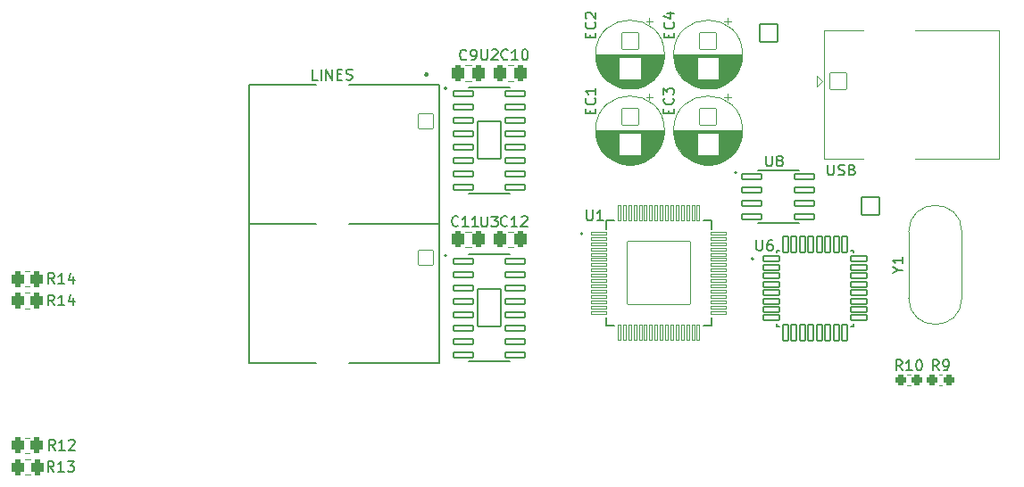
<source format=gto>
G04 #@! TF.GenerationSoftware,KiCad,Pcbnew,6.0.9+dfsg-1*
G04 #@! TF.CreationDate,2023-01-25T21:24:40+01:00*
G04 #@! TF.ProjectId,siproslic,73697072-6f73-46c6-9963-2e6b69636164,rev?*
G04 #@! TF.SameCoordinates,Original*
G04 #@! TF.FileFunction,Legend,Top*
G04 #@! TF.FilePolarity,Positive*
%FSLAX46Y46*%
G04 Gerber Fmt 4.6, Leading zero omitted, Abs format (unit mm)*
G04 Created by KiCad (PCBNEW 6.0.9+dfsg-1) date 2023-01-25 21:24:40*
%MOMM*%
%LPD*%
G01*
G04 APERTURE LIST*
G04 Aperture macros list*
%AMRoundRect*
0 Rectangle with rounded corners*
0 $1 Rounding radius*
0 $2 $3 $4 $5 $6 $7 $8 $9 X,Y pos of 4 corners*
0 Add a 4 corners polygon primitive as box body*
4,1,4,$2,$3,$4,$5,$6,$7,$8,$9,$2,$3,0*
0 Add four circle primitives for the rounded corners*
1,1,$1+$1,$2,$3*
1,1,$1+$1,$4,$5*
1,1,$1+$1,$6,$7*
1,1,$1+$1,$8,$9*
0 Add four rect primitives between the rounded corners*
20,1,$1+$1,$2,$3,$4,$5,0*
20,1,$1+$1,$4,$5,$6,$7,0*
20,1,$1+$1,$6,$7,$8,$9,0*
20,1,$1+$1,$8,$9,$2,$3,0*%
G04 Aperture macros list end*
%ADD10C,0.150000*%
%ADD11C,0.120000*%
%ADD12C,0.200000*%
%ADD13C,0.127000*%
%ADD14C,0.400000*%
%ADD15C,0.300000*%
%ADD16C,3.302000*%
%ADD17RoundRect,0.269750X0.218750X0.256250X-0.218750X0.256250X-0.218750X-0.256250X0.218750X-0.256250X0*%
%ADD18RoundRect,0.269750X-0.218750X-0.256250X0.218750X-0.256250X0.218750X0.256250X-0.218750X0.256250X0*%
%ADD19RoundRect,0.051000X-0.850000X-0.850000X0.850000X-0.850000X0.850000X0.850000X-0.850000X0.850000X0*%
%ADD20O,1.802000X1.802000*%
%ADD21C,1.802000*%
%ADD22RoundRect,0.301000X-0.250000X-0.475000X0.250000X-0.475000X0.250000X0.475000X-0.250000X0.475000X0*%
%ADD23RoundRect,0.301000X-0.262500X-0.450000X0.262500X-0.450000X0.262500X0.450000X-0.262500X0.450000X0*%
%ADD24C,1.702000*%
%ADD25RoundRect,0.051000X-0.800000X0.800000X-0.800000X-0.800000X0.800000X-0.800000X0.800000X0.800000X0*%
%ADD26RoundRect,0.062200X-2.988800X-2.988800X2.988800X-2.988800X2.988800X2.988800X-2.988800X2.988800X0*%
%ADD27RoundRect,0.062200X0.128800X-0.723800X0.128800X0.723800X-0.128800X0.723800X-0.128800X-0.723800X0*%
%ADD28RoundRect,0.062200X-0.723800X-0.128800X0.723800X-0.128800X0.723800X0.128800X-0.723800X0.128800X0*%
%ADD29RoundRect,0.088800X0.232200X-0.742200X0.232200X0.742200X-0.232200X0.742200X-0.232200X-0.742200X0*%
%ADD30RoundRect,0.088800X-0.742200X-0.232200X0.742200X-0.232200X0.742200X0.232200X-0.742200X0.232200X0*%
%ADD31RoundRect,0.093000X-1.108000X-1.758000X1.108000X-1.758000X1.108000X1.758000X-1.108000X1.758000X0*%
%ADD32RoundRect,0.093000X-0.943000X-0.258000X0.943000X-0.258000X0.943000X0.258000X-0.943000X0.258000X0*%
%ADD33RoundRect,0.051000X-0.704000X0.704000X-0.704000X-0.704000X0.704000X-0.704000X0.704000X0.704000X0*%
%ADD34C,1.510000*%
%ADD35C,1.602000*%
%ADD36RoundRect,0.051000X0.800000X-0.800000X0.800000X0.800000X-0.800000X0.800000X-0.800000X-0.800000X0*%
%ADD37C,4.102000*%
%ADD38RoundRect,0.051000X0.850000X0.850000X-0.850000X0.850000X-0.850000X-0.850000X0.850000X-0.850000X0*%
G04 APERTURE END LIST*
D10*
X123482142Y-179702380D02*
X123148809Y-179226190D01*
X122910714Y-179702380D02*
X122910714Y-178702380D01*
X123291666Y-178702380D01*
X123386904Y-178750000D01*
X123434523Y-178797619D01*
X123482142Y-178892857D01*
X123482142Y-179035714D01*
X123434523Y-179130952D01*
X123386904Y-179178571D01*
X123291666Y-179226190D01*
X122910714Y-179226190D01*
X124434523Y-179702380D02*
X123863095Y-179702380D01*
X124148809Y-179702380D02*
X124148809Y-178702380D01*
X124053571Y-178845238D01*
X123958333Y-178940476D01*
X123863095Y-178988095D01*
X125053571Y-178702380D02*
X125148809Y-178702380D01*
X125244047Y-178750000D01*
X125291666Y-178797619D01*
X125339285Y-178892857D01*
X125386904Y-179083333D01*
X125386904Y-179321428D01*
X125339285Y-179511904D01*
X125291666Y-179607142D01*
X125244047Y-179654761D01*
X125148809Y-179702380D01*
X125053571Y-179702380D01*
X124958333Y-179654761D01*
X124910714Y-179607142D01*
X124863095Y-179511904D01*
X124815476Y-179321428D01*
X124815476Y-179083333D01*
X124863095Y-178892857D01*
X124910714Y-178797619D01*
X124958333Y-178750000D01*
X125053571Y-178702380D01*
X126958333Y-179702380D02*
X126625000Y-179226190D01*
X126386904Y-179702380D02*
X126386904Y-178702380D01*
X126767857Y-178702380D01*
X126863095Y-178750000D01*
X126910714Y-178797619D01*
X126958333Y-178892857D01*
X126958333Y-179035714D01*
X126910714Y-179130952D01*
X126863095Y-179178571D01*
X126767857Y-179226190D01*
X126386904Y-179226190D01*
X127434523Y-179702380D02*
X127625000Y-179702380D01*
X127720238Y-179654761D01*
X127767857Y-179607142D01*
X127863095Y-179464285D01*
X127910714Y-179273809D01*
X127910714Y-178892857D01*
X127863095Y-178797619D01*
X127815476Y-178750000D01*
X127720238Y-178702380D01*
X127529761Y-178702380D01*
X127434523Y-178750000D01*
X127386904Y-178797619D01*
X127339285Y-178892857D01*
X127339285Y-179130952D01*
X127386904Y-179226190D01*
X127434523Y-179273809D01*
X127529761Y-179321428D01*
X127720238Y-179321428D01*
X127815476Y-179273809D01*
X127863095Y-179226190D01*
X127910714Y-179130952D01*
X86082142Y-150132142D02*
X86034523Y-150179761D01*
X85891666Y-150227380D01*
X85796428Y-150227380D01*
X85653571Y-150179761D01*
X85558333Y-150084523D01*
X85510714Y-149989285D01*
X85463095Y-149798809D01*
X85463095Y-149655952D01*
X85510714Y-149465476D01*
X85558333Y-149370238D01*
X85653571Y-149275000D01*
X85796428Y-149227380D01*
X85891666Y-149227380D01*
X86034523Y-149275000D01*
X86082142Y-149322619D01*
X87034523Y-150227380D02*
X86463095Y-150227380D01*
X86748809Y-150227380D02*
X86748809Y-149227380D01*
X86653571Y-149370238D01*
X86558333Y-149465476D01*
X86463095Y-149513095D01*
X87653571Y-149227380D02*
X87748809Y-149227380D01*
X87844047Y-149275000D01*
X87891666Y-149322619D01*
X87939285Y-149417857D01*
X87986904Y-149608333D01*
X87986904Y-149846428D01*
X87939285Y-150036904D01*
X87891666Y-150132142D01*
X87844047Y-150179761D01*
X87748809Y-150227380D01*
X87653571Y-150227380D01*
X87558333Y-150179761D01*
X87510714Y-150132142D01*
X87463095Y-150036904D01*
X87415476Y-149846428D01*
X87415476Y-149608333D01*
X87463095Y-149417857D01*
X87510714Y-149322619D01*
X87558333Y-149275000D01*
X87653571Y-149227380D01*
X82158333Y-150152142D02*
X82110714Y-150199761D01*
X81967857Y-150247380D01*
X81872619Y-150247380D01*
X81729761Y-150199761D01*
X81634523Y-150104523D01*
X81586904Y-150009285D01*
X81539285Y-149818809D01*
X81539285Y-149675952D01*
X81586904Y-149485476D01*
X81634523Y-149390238D01*
X81729761Y-149295000D01*
X81872619Y-149247380D01*
X81967857Y-149247380D01*
X82110714Y-149295000D01*
X82158333Y-149342619D01*
X82634523Y-150247380D02*
X82825000Y-150247380D01*
X82920238Y-150199761D01*
X82967857Y-150152142D01*
X83063095Y-150009285D01*
X83110714Y-149818809D01*
X83110714Y-149437857D01*
X83063095Y-149342619D01*
X83015476Y-149295000D01*
X82920238Y-149247380D01*
X82729761Y-149247380D01*
X82634523Y-149295000D01*
X82586904Y-149342619D01*
X82539285Y-149437857D01*
X82539285Y-149675952D01*
X82586904Y-149771190D01*
X82634523Y-149818809D01*
X82729761Y-149866428D01*
X82920238Y-149866428D01*
X83015476Y-149818809D01*
X83063095Y-149771190D01*
X83110714Y-149675952D01*
X86032142Y-165952142D02*
X85984523Y-165999761D01*
X85841666Y-166047380D01*
X85746428Y-166047380D01*
X85603571Y-165999761D01*
X85508333Y-165904523D01*
X85460714Y-165809285D01*
X85413095Y-165618809D01*
X85413095Y-165475952D01*
X85460714Y-165285476D01*
X85508333Y-165190238D01*
X85603571Y-165095000D01*
X85746428Y-165047380D01*
X85841666Y-165047380D01*
X85984523Y-165095000D01*
X86032142Y-165142619D01*
X86984523Y-166047380D02*
X86413095Y-166047380D01*
X86698809Y-166047380D02*
X86698809Y-165047380D01*
X86603571Y-165190238D01*
X86508333Y-165285476D01*
X86413095Y-165333095D01*
X87365476Y-165142619D02*
X87413095Y-165095000D01*
X87508333Y-165047380D01*
X87746428Y-165047380D01*
X87841666Y-165095000D01*
X87889285Y-165142619D01*
X87936904Y-165237857D01*
X87936904Y-165333095D01*
X87889285Y-165475952D01*
X87317857Y-166047380D01*
X87936904Y-166047380D01*
X81382142Y-165952142D02*
X81334523Y-165999761D01*
X81191666Y-166047380D01*
X81096428Y-166047380D01*
X80953571Y-165999761D01*
X80858333Y-165904523D01*
X80810714Y-165809285D01*
X80763095Y-165618809D01*
X80763095Y-165475952D01*
X80810714Y-165285476D01*
X80858333Y-165190238D01*
X80953571Y-165095000D01*
X81096428Y-165047380D01*
X81191666Y-165047380D01*
X81334523Y-165095000D01*
X81382142Y-165142619D01*
X82334523Y-166047380D02*
X81763095Y-166047380D01*
X82048809Y-166047380D02*
X82048809Y-165047380D01*
X81953571Y-165190238D01*
X81858333Y-165285476D01*
X81763095Y-165333095D01*
X83286904Y-166047380D02*
X82715476Y-166047380D01*
X83001190Y-166047380D02*
X83001190Y-165047380D01*
X82905952Y-165190238D01*
X82810714Y-165285476D01*
X82715476Y-165333095D01*
X43082142Y-173527380D02*
X42748809Y-173051190D01*
X42510714Y-173527380D02*
X42510714Y-172527380D01*
X42891666Y-172527380D01*
X42986904Y-172575000D01*
X43034523Y-172622619D01*
X43082142Y-172717857D01*
X43082142Y-172860714D01*
X43034523Y-172955952D01*
X42986904Y-173003571D01*
X42891666Y-173051190D01*
X42510714Y-173051190D01*
X44034523Y-173527380D02*
X43463095Y-173527380D01*
X43748809Y-173527380D02*
X43748809Y-172527380D01*
X43653571Y-172670238D01*
X43558333Y-172765476D01*
X43463095Y-172813095D01*
X44891666Y-172860714D02*
X44891666Y-173527380D01*
X44653571Y-172479761D02*
X44415476Y-173194047D01*
X45034523Y-173194047D01*
X43082142Y-171477380D02*
X42748809Y-171001190D01*
X42510714Y-171477380D02*
X42510714Y-170477380D01*
X42891666Y-170477380D01*
X42986904Y-170525000D01*
X43034523Y-170572619D01*
X43082142Y-170667857D01*
X43082142Y-170810714D01*
X43034523Y-170905952D01*
X42986904Y-170953571D01*
X42891666Y-171001190D01*
X42510714Y-171001190D01*
X44034523Y-171477380D02*
X43463095Y-171477380D01*
X43748809Y-171477380D02*
X43748809Y-170477380D01*
X43653571Y-170620238D01*
X43558333Y-170715476D01*
X43463095Y-170763095D01*
X44891666Y-170810714D02*
X44891666Y-171477380D01*
X44653571Y-170429761D02*
X44415476Y-171144047D01*
X45034523Y-171144047D01*
X43032142Y-189327380D02*
X42698809Y-188851190D01*
X42460714Y-189327380D02*
X42460714Y-188327380D01*
X42841666Y-188327380D01*
X42936904Y-188375000D01*
X42984523Y-188422619D01*
X43032142Y-188517857D01*
X43032142Y-188660714D01*
X42984523Y-188755952D01*
X42936904Y-188803571D01*
X42841666Y-188851190D01*
X42460714Y-188851190D01*
X43984523Y-189327380D02*
X43413095Y-189327380D01*
X43698809Y-189327380D02*
X43698809Y-188327380D01*
X43603571Y-188470238D01*
X43508333Y-188565476D01*
X43413095Y-188613095D01*
X44317857Y-188327380D02*
X44936904Y-188327380D01*
X44603571Y-188708333D01*
X44746428Y-188708333D01*
X44841666Y-188755952D01*
X44889285Y-188803571D01*
X44936904Y-188898809D01*
X44936904Y-189136904D01*
X44889285Y-189232142D01*
X44841666Y-189279761D01*
X44746428Y-189327380D01*
X44460714Y-189327380D01*
X44365476Y-189279761D01*
X44317857Y-189232142D01*
X43132142Y-187277380D02*
X42798809Y-186801190D01*
X42560714Y-187277380D02*
X42560714Y-186277380D01*
X42941666Y-186277380D01*
X43036904Y-186325000D01*
X43084523Y-186372619D01*
X43132142Y-186467857D01*
X43132142Y-186610714D01*
X43084523Y-186705952D01*
X43036904Y-186753571D01*
X42941666Y-186801190D01*
X42560714Y-186801190D01*
X44084523Y-187277380D02*
X43513095Y-187277380D01*
X43798809Y-187277380D02*
X43798809Y-186277380D01*
X43703571Y-186420238D01*
X43608333Y-186515476D01*
X43513095Y-186563095D01*
X44465476Y-186372619D02*
X44513095Y-186325000D01*
X44608333Y-186277380D01*
X44846428Y-186277380D01*
X44941666Y-186325000D01*
X44989285Y-186372619D01*
X45036904Y-186467857D01*
X45036904Y-186563095D01*
X44989285Y-186705952D01*
X44417857Y-187277380D01*
X45036904Y-187277380D01*
X93903571Y-155339404D02*
X93903571Y-155006071D01*
X94427380Y-154863214D02*
X94427380Y-155339404D01*
X93427380Y-155339404D01*
X93427380Y-154863214D01*
X94332142Y-153863214D02*
X94379761Y-153910833D01*
X94427380Y-154053690D01*
X94427380Y-154148928D01*
X94379761Y-154291785D01*
X94284523Y-154387023D01*
X94189285Y-154434642D01*
X93998809Y-154482261D01*
X93855952Y-154482261D01*
X93665476Y-154434642D01*
X93570238Y-154387023D01*
X93475000Y-154291785D01*
X93427380Y-154148928D01*
X93427380Y-154053690D01*
X93475000Y-153910833D01*
X93522619Y-153863214D01*
X94427380Y-152910833D02*
X94427380Y-153482261D01*
X94427380Y-153196547D02*
X93427380Y-153196547D01*
X93570238Y-153291785D01*
X93665476Y-153387023D01*
X93713095Y-153482261D01*
X93903571Y-148139404D02*
X93903571Y-147806071D01*
X94427380Y-147663214D02*
X94427380Y-148139404D01*
X93427380Y-148139404D01*
X93427380Y-147663214D01*
X94332142Y-146663214D02*
X94379761Y-146710833D01*
X94427380Y-146853690D01*
X94427380Y-146948928D01*
X94379761Y-147091785D01*
X94284523Y-147187023D01*
X94189285Y-147234642D01*
X93998809Y-147282261D01*
X93855952Y-147282261D01*
X93665476Y-147234642D01*
X93570238Y-147187023D01*
X93475000Y-147091785D01*
X93427380Y-146948928D01*
X93427380Y-146853690D01*
X93475000Y-146710833D01*
X93522619Y-146663214D01*
X93522619Y-146282261D02*
X93475000Y-146234642D01*
X93427380Y-146139404D01*
X93427380Y-145901309D01*
X93475000Y-145806071D01*
X93522619Y-145758452D01*
X93617857Y-145710833D01*
X93713095Y-145710833D01*
X93855952Y-145758452D01*
X94427380Y-146329880D01*
X94427380Y-145710833D01*
X101353571Y-148139404D02*
X101353571Y-147806071D01*
X101877380Y-147663214D02*
X101877380Y-148139404D01*
X100877380Y-148139404D01*
X100877380Y-147663214D01*
X101782142Y-146663214D02*
X101829761Y-146710833D01*
X101877380Y-146853690D01*
X101877380Y-146948928D01*
X101829761Y-147091785D01*
X101734523Y-147187023D01*
X101639285Y-147234642D01*
X101448809Y-147282261D01*
X101305952Y-147282261D01*
X101115476Y-147234642D01*
X101020238Y-147187023D01*
X100925000Y-147091785D01*
X100877380Y-146948928D01*
X100877380Y-146853690D01*
X100925000Y-146710833D01*
X100972619Y-146663214D01*
X101210714Y-145806071D02*
X101877380Y-145806071D01*
X100829761Y-146044166D02*
X101544047Y-146282261D01*
X101544047Y-145663214D01*
X101303571Y-155339404D02*
X101303571Y-155006071D01*
X101827380Y-154863214D02*
X101827380Y-155339404D01*
X100827380Y-155339404D01*
X100827380Y-154863214D01*
X101732142Y-153863214D02*
X101779761Y-153910833D01*
X101827380Y-154053690D01*
X101827380Y-154148928D01*
X101779761Y-154291785D01*
X101684523Y-154387023D01*
X101589285Y-154434642D01*
X101398809Y-154482261D01*
X101255952Y-154482261D01*
X101065476Y-154434642D01*
X100970238Y-154387023D01*
X100875000Y-154291785D01*
X100827380Y-154148928D01*
X100827380Y-154053690D01*
X100875000Y-153910833D01*
X100922619Y-153863214D01*
X100827380Y-153529880D02*
X100827380Y-152910833D01*
X101208333Y-153244166D01*
X101208333Y-153101309D01*
X101255952Y-153006071D01*
X101303571Y-152958452D01*
X101398809Y-152910833D01*
X101636904Y-152910833D01*
X101732142Y-152958452D01*
X101779761Y-153006071D01*
X101827380Y-153101309D01*
X101827380Y-153387023D01*
X101779761Y-153482261D01*
X101732142Y-153529880D01*
X93560595Y-164477380D02*
X93560595Y-165286904D01*
X93608214Y-165382142D01*
X93655833Y-165429761D01*
X93751071Y-165477380D01*
X93941547Y-165477380D01*
X94036785Y-165429761D01*
X94084404Y-165382142D01*
X94132023Y-165286904D01*
X94132023Y-164477380D01*
X95132023Y-165477380D02*
X94560595Y-165477380D01*
X94846309Y-165477380D02*
X94846309Y-164477380D01*
X94751071Y-164620238D01*
X94655833Y-164715476D01*
X94560595Y-164763095D01*
X109660595Y-167327380D02*
X109660595Y-168136904D01*
X109708214Y-168232142D01*
X109755833Y-168279761D01*
X109851071Y-168327380D01*
X110041547Y-168327380D01*
X110136785Y-168279761D01*
X110184404Y-168232142D01*
X110232023Y-168136904D01*
X110232023Y-167327380D01*
X111136785Y-167327380D02*
X110946309Y-167327380D01*
X110851071Y-167375000D01*
X110803452Y-167422619D01*
X110708214Y-167565476D01*
X110660595Y-167755952D01*
X110660595Y-168136904D01*
X110708214Y-168232142D01*
X110755833Y-168279761D01*
X110851071Y-168327380D01*
X111041547Y-168327380D01*
X111136785Y-168279761D01*
X111184404Y-168232142D01*
X111232023Y-168136904D01*
X111232023Y-167898809D01*
X111184404Y-167803571D01*
X111136785Y-167755952D01*
X111041547Y-167708333D01*
X110851071Y-167708333D01*
X110755833Y-167755952D01*
X110708214Y-167803571D01*
X110660595Y-167898809D01*
X83563095Y-149227380D02*
X83563095Y-150036904D01*
X83610714Y-150132142D01*
X83658333Y-150179761D01*
X83753571Y-150227380D01*
X83944047Y-150227380D01*
X84039285Y-150179761D01*
X84086904Y-150132142D01*
X84134523Y-150036904D01*
X84134523Y-149227380D01*
X84563095Y-149322619D02*
X84610714Y-149275000D01*
X84705952Y-149227380D01*
X84944047Y-149227380D01*
X85039285Y-149275000D01*
X85086904Y-149322619D01*
X85134523Y-149417857D01*
X85134523Y-149513095D01*
X85086904Y-149655952D01*
X84515476Y-150227380D01*
X85134523Y-150227380D01*
X83563095Y-165077380D02*
X83563095Y-165886904D01*
X83610714Y-165982142D01*
X83658333Y-166029761D01*
X83753571Y-166077380D01*
X83944047Y-166077380D01*
X84039285Y-166029761D01*
X84086904Y-165982142D01*
X84134523Y-165886904D01*
X84134523Y-165077380D01*
X84515476Y-165077380D02*
X85134523Y-165077380D01*
X84801190Y-165458333D01*
X84944047Y-165458333D01*
X85039285Y-165505952D01*
X85086904Y-165553571D01*
X85134523Y-165648809D01*
X85134523Y-165886904D01*
X85086904Y-165982142D01*
X85039285Y-166029761D01*
X84944047Y-166077380D01*
X84658333Y-166077380D01*
X84563095Y-166029761D01*
X84515476Y-165982142D01*
X110578095Y-159327380D02*
X110578095Y-160136904D01*
X110625714Y-160232142D01*
X110673333Y-160279761D01*
X110768571Y-160327380D01*
X110959047Y-160327380D01*
X111054285Y-160279761D01*
X111101904Y-160232142D01*
X111149523Y-160136904D01*
X111149523Y-159327380D01*
X111768571Y-159755952D02*
X111673333Y-159708333D01*
X111625714Y-159660714D01*
X111578095Y-159565476D01*
X111578095Y-159517857D01*
X111625714Y-159422619D01*
X111673333Y-159375000D01*
X111768571Y-159327380D01*
X111959047Y-159327380D01*
X112054285Y-159375000D01*
X112101904Y-159422619D01*
X112149523Y-159517857D01*
X112149523Y-159565476D01*
X112101904Y-159660714D01*
X112054285Y-159708333D01*
X111959047Y-159755952D01*
X111768571Y-159755952D01*
X111673333Y-159803571D01*
X111625714Y-159851190D01*
X111578095Y-159946428D01*
X111578095Y-160136904D01*
X111625714Y-160232142D01*
X111673333Y-160279761D01*
X111768571Y-160327380D01*
X111959047Y-160327380D01*
X112054285Y-160279761D01*
X112101904Y-160232142D01*
X112149523Y-160136904D01*
X112149523Y-159946428D01*
X112101904Y-159851190D01*
X112054285Y-159803571D01*
X111959047Y-159755952D01*
X68041535Y-152128203D02*
X67564479Y-152128203D01*
X67564479Y-151126384D01*
X68375475Y-152128203D02*
X68375475Y-151126384D01*
X68852532Y-152128203D02*
X68852532Y-151126384D01*
X69425000Y-152128203D01*
X69425000Y-151126384D01*
X69902056Y-151603441D02*
X70235996Y-151603441D01*
X70379113Y-152128203D02*
X69902056Y-152128203D01*
X69902056Y-151126384D01*
X70379113Y-151126384D01*
X70760758Y-152080498D02*
X70903875Y-152128203D01*
X71142404Y-152128203D01*
X71237815Y-152080498D01*
X71285521Y-152032792D01*
X71333226Y-151937381D01*
X71333226Y-151841969D01*
X71285521Y-151746558D01*
X71237815Y-151698852D01*
X71142404Y-151651147D01*
X70951581Y-151603441D01*
X70856170Y-151555735D01*
X70808464Y-151508030D01*
X70760758Y-151412618D01*
X70760758Y-151317207D01*
X70808464Y-151221796D01*
X70856170Y-151174090D01*
X70951581Y-151126384D01*
X71190109Y-151126384D01*
X71333226Y-151174090D01*
X123076190Y-170161190D02*
X123552380Y-170161190D01*
X122552380Y-170494523D02*
X123076190Y-170161190D01*
X122552380Y-169827857D01*
X123552380Y-168970714D02*
X123552380Y-169542142D01*
X123552380Y-169256428D02*
X122552380Y-169256428D01*
X122695238Y-169351666D01*
X122790476Y-169446904D01*
X122838095Y-169542142D01*
X116423095Y-160177380D02*
X116423095Y-160986904D01*
X116470714Y-161082142D01*
X116518333Y-161129761D01*
X116613571Y-161177380D01*
X116804047Y-161177380D01*
X116899285Y-161129761D01*
X116946904Y-161082142D01*
X116994523Y-160986904D01*
X116994523Y-160177380D01*
X117423095Y-161129761D02*
X117565952Y-161177380D01*
X117804047Y-161177380D01*
X117899285Y-161129761D01*
X117946904Y-161082142D01*
X117994523Y-160986904D01*
X117994523Y-160891666D01*
X117946904Y-160796428D01*
X117899285Y-160748809D01*
X117804047Y-160701190D01*
X117613571Y-160653571D01*
X117518333Y-160605952D01*
X117470714Y-160558333D01*
X117423095Y-160463095D01*
X117423095Y-160367857D01*
X117470714Y-160272619D01*
X117518333Y-160225000D01*
X117613571Y-160177380D01*
X117851666Y-160177380D01*
X117994523Y-160225000D01*
X118756428Y-160653571D02*
X118899285Y-160701190D01*
X118946904Y-160748809D01*
X118994523Y-160844047D01*
X118994523Y-160986904D01*
X118946904Y-161082142D01*
X118899285Y-161129761D01*
X118804047Y-161177380D01*
X118423095Y-161177380D01*
X118423095Y-160177380D01*
X118756428Y-160177380D01*
X118851666Y-160225000D01*
X118899285Y-160272619D01*
X118946904Y-160367857D01*
X118946904Y-160463095D01*
X118899285Y-160558333D01*
X118851666Y-160605952D01*
X118756428Y-160653571D01*
X118423095Y-160653571D01*
D11*
X124287779Y-180115000D02*
X123962221Y-180115000D01*
X124287779Y-181135000D02*
X123962221Y-181135000D01*
X126962221Y-181135000D02*
X127287779Y-181135000D01*
X126962221Y-180115000D02*
X127287779Y-180115000D01*
X86063748Y-150740000D02*
X86586252Y-150740000D01*
X86063748Y-152210000D02*
X86586252Y-152210000D01*
X82063748Y-150740000D02*
X82586252Y-150740000D01*
X82063748Y-152210000D02*
X82586252Y-152210000D01*
X86063748Y-168010000D02*
X86586252Y-168010000D01*
X86063748Y-166540000D02*
X86586252Y-166540000D01*
X82063748Y-168010000D02*
X82586252Y-168010000D01*
X82063748Y-166540000D02*
X82586252Y-166540000D01*
X40297936Y-172340000D02*
X40752064Y-172340000D01*
X40297936Y-173810000D02*
X40752064Y-173810000D01*
X40297936Y-170290000D02*
X40752064Y-170290000D01*
X40297936Y-171760000D02*
X40752064Y-171760000D01*
X40310436Y-188140000D02*
X40764564Y-188140000D01*
X40310436Y-189610000D02*
X40764564Y-189610000D01*
X40297936Y-186090000D02*
X40752064Y-186090000D01*
X40297936Y-187560000D02*
X40752064Y-187560000D01*
X100945000Y-156925000D02*
G75*
G03*
X100945000Y-156925000I-3270000J0D01*
G01*
X100899000Y-157125000D02*
X94451000Y-157125000D01*
X100391000Y-158686000D02*
X98715000Y-158686000D01*
X96635000Y-159046000D02*
X95225000Y-159046000D01*
X96635000Y-157605000D02*
X94516000Y-157605000D01*
X100591000Y-158326000D02*
X98715000Y-158326000D01*
X100870000Y-157405000D02*
X98715000Y-157405000D01*
X96635000Y-158126000D02*
X94673000Y-158126000D01*
X100677000Y-158126000D02*
X98715000Y-158126000D01*
X100886000Y-157285000D02*
X98715000Y-157285000D01*
X100736000Y-157966000D02*
X98715000Y-157966000D01*
X100749000Y-157926000D02*
X98715000Y-157926000D01*
X100661000Y-158166000D02*
X98715000Y-158166000D01*
X100191000Y-158966000D02*
X98715000Y-158966000D01*
X100881000Y-157325000D02*
X98715000Y-157325000D01*
X96635000Y-158766000D02*
X95011000Y-158766000D01*
X100551000Y-158406000D02*
X98715000Y-158406000D01*
X96635000Y-157285000D02*
X94464000Y-157285000D01*
X100223000Y-158926000D02*
X98715000Y-158926000D01*
X96635000Y-158726000D02*
X94985000Y-158726000D01*
X96635000Y-159006000D02*
X95191000Y-159006000D01*
X100902000Y-157085000D02*
X94448000Y-157085000D01*
X96635000Y-158286000D02*
X94741000Y-158286000D01*
X100842000Y-157565000D02*
X98715000Y-157565000D01*
X100417000Y-158646000D02*
X98715000Y-158646000D01*
X96635000Y-159126000D02*
X95295000Y-159126000D01*
X96635000Y-157325000D02*
X94469000Y-157325000D01*
X98937000Y-159926000D02*
X96413000Y-159926000D01*
X99619000Y-159526000D02*
X95731000Y-159526000D01*
X99857000Y-159326000D02*
X95493000Y-159326000D01*
X96635000Y-158006000D02*
X94628000Y-158006000D01*
X96635000Y-158966000D02*
X95159000Y-158966000D01*
X100311000Y-158806000D02*
X98715000Y-158806000D01*
X98840000Y-159966000D02*
X96510000Y-159966000D01*
X96635000Y-157846000D02*
X94577000Y-157846000D01*
X100761000Y-157886000D02*
X98715000Y-157886000D01*
X96635000Y-157165000D02*
X94453000Y-157165000D01*
X100253000Y-158886000D02*
X98715000Y-158886000D01*
X96635000Y-158366000D02*
X94779000Y-158366000D01*
X99940000Y-159246000D02*
X95410000Y-159246000D01*
X100125000Y-159046000D02*
X98715000Y-159046000D01*
X100893000Y-157205000D02*
X98715000Y-157205000D01*
X100816000Y-157686000D02*
X98715000Y-157686000D01*
X96635000Y-158046000D02*
X94642000Y-158046000D01*
X100796000Y-157766000D02*
X98715000Y-157766000D01*
X100441000Y-158606000D02*
X98715000Y-158606000D01*
X96635000Y-157766000D02*
X94554000Y-157766000D01*
X100905000Y-156925000D02*
X94445000Y-156925000D01*
X100773000Y-157846000D02*
X98715000Y-157846000D01*
X100834000Y-157605000D02*
X98715000Y-157605000D01*
X100864000Y-157445000D02*
X98715000Y-157445000D01*
X96635000Y-157966000D02*
X94614000Y-157966000D01*
X100571000Y-158366000D02*
X98715000Y-158366000D01*
X96635000Y-157365000D02*
X94474000Y-157365000D01*
X98615000Y-160046000D02*
X96735000Y-160046000D01*
X98734000Y-160006000D02*
X96616000Y-160006000D01*
X100850000Y-157525000D02*
X98715000Y-157525000D01*
X99256000Y-159766000D02*
X96094000Y-159766000D01*
X100055000Y-159126000D02*
X98715000Y-159126000D01*
X99389000Y-159686000D02*
X95961000Y-159686000D01*
X96635000Y-158486000D02*
X94841000Y-158486000D01*
X99829000Y-153739759D02*
X99199000Y-153739759D01*
X96635000Y-157646000D02*
X94525000Y-157646000D01*
X100708000Y-158046000D02*
X98715000Y-158046000D01*
X96635000Y-159086000D02*
X95259000Y-159086000D01*
X96635000Y-158846000D02*
X95068000Y-158846000D01*
X100785000Y-157806000D02*
X98715000Y-157806000D01*
X96635000Y-157405000D02*
X94480000Y-157405000D01*
X96635000Y-158446000D02*
X94819000Y-158446000D01*
X100693000Y-158086000D02*
X98715000Y-158086000D01*
X96635000Y-159166000D02*
X95332000Y-159166000D01*
X100609000Y-158286000D02*
X98715000Y-158286000D01*
X100825000Y-157646000D02*
X98715000Y-157646000D01*
X99025000Y-159886000D02*
X96325000Y-159886000D01*
X96635000Y-157886000D02*
X94589000Y-157886000D01*
X100018000Y-159166000D02*
X98715000Y-159166000D01*
X96635000Y-158246000D02*
X94723000Y-158246000D01*
X99767000Y-159406000D02*
X95583000Y-159406000D01*
X99719000Y-159446000D02*
X95631000Y-159446000D01*
X96635000Y-158326000D02*
X94759000Y-158326000D01*
X96635000Y-158206000D02*
X94705000Y-158206000D01*
X96635000Y-157686000D02*
X94534000Y-157686000D01*
X100282000Y-158846000D02*
X98715000Y-158846000D01*
X99812000Y-159366000D02*
X95538000Y-159366000D01*
X96635000Y-158606000D02*
X94909000Y-158606000D01*
X100627000Y-158246000D02*
X98715000Y-158246000D01*
X100465000Y-158566000D02*
X98715000Y-158566000D01*
X100890000Y-157245000D02*
X98715000Y-157245000D01*
X100645000Y-158206000D02*
X98715000Y-158206000D01*
X96635000Y-157245000D02*
X94460000Y-157245000D01*
X96635000Y-158886000D02*
X95097000Y-158886000D01*
X96635000Y-159206000D02*
X95370000Y-159206000D01*
X98308000Y-160126000D02*
X97042000Y-160126000D01*
X96635000Y-158806000D02*
X95039000Y-158806000D01*
X99451000Y-159646000D02*
X95899000Y-159646000D01*
X100365000Y-158726000D02*
X98715000Y-158726000D01*
X100091000Y-159086000D02*
X98715000Y-159086000D01*
X100897000Y-157165000D02*
X98715000Y-157165000D01*
X96635000Y-157726000D02*
X94544000Y-157726000D01*
X100509000Y-158486000D02*
X98715000Y-158486000D01*
X100876000Y-157365000D02*
X98715000Y-157365000D01*
X99107000Y-159846000D02*
X96243000Y-159846000D01*
X100339000Y-158766000D02*
X98715000Y-158766000D01*
X96635000Y-157205000D02*
X94457000Y-157205000D01*
X96635000Y-157525000D02*
X94500000Y-157525000D01*
X99325000Y-159726000D02*
X96025000Y-159726000D01*
X100159000Y-159006000D02*
X98715000Y-159006000D01*
X96635000Y-158086000D02*
X94657000Y-158086000D01*
X99899000Y-159286000D02*
X95451000Y-159286000D01*
X99184000Y-159806000D02*
X96166000Y-159806000D01*
X96635000Y-157445000D02*
X94486000Y-157445000D01*
X96635000Y-158686000D02*
X94959000Y-158686000D01*
X100487000Y-158526000D02*
X98715000Y-158526000D01*
X96635000Y-158166000D02*
X94689000Y-158166000D01*
X96635000Y-157565000D02*
X94508000Y-157565000D01*
X98077000Y-160166000D02*
X97273000Y-160166000D01*
X96635000Y-158646000D02*
X94933000Y-158646000D01*
X99514000Y-153424759D02*
X99514000Y-154054759D01*
X96635000Y-158566000D02*
X94885000Y-158566000D01*
X100903000Y-157045000D02*
X94447000Y-157045000D01*
X98477000Y-160086000D02*
X96873000Y-160086000D01*
X100857000Y-157485000D02*
X98715000Y-157485000D01*
X99980000Y-159206000D02*
X98715000Y-159206000D01*
X100531000Y-158446000D02*
X98715000Y-158446000D01*
X96635000Y-158526000D02*
X94863000Y-158526000D01*
X96635000Y-157485000D02*
X94493000Y-157485000D01*
X99670000Y-159486000D02*
X95680000Y-159486000D01*
X99509000Y-159606000D02*
X95841000Y-159606000D01*
X100905000Y-156965000D02*
X94445000Y-156965000D01*
X96635000Y-157926000D02*
X94601000Y-157926000D01*
X96635000Y-157806000D02*
X94565000Y-157806000D01*
X100905000Y-157005000D02*
X94445000Y-157005000D01*
X100806000Y-157726000D02*
X98715000Y-157726000D01*
X99565000Y-159566000D02*
X95785000Y-159566000D01*
X100722000Y-158006000D02*
X98715000Y-158006000D01*
X96635000Y-158406000D02*
X94799000Y-158406000D01*
X96635000Y-158926000D02*
X95127000Y-158926000D01*
X100945000Y-149725000D02*
G75*
G03*
X100945000Y-149725000I-3270000J0D01*
G01*
X100899000Y-149925000D02*
X94451000Y-149925000D01*
X100391000Y-151486000D02*
X98715000Y-151486000D01*
X96635000Y-151846000D02*
X95225000Y-151846000D01*
X96635000Y-150405000D02*
X94516000Y-150405000D01*
X100591000Y-151126000D02*
X98715000Y-151126000D01*
X100870000Y-150205000D02*
X98715000Y-150205000D01*
X96635000Y-150926000D02*
X94673000Y-150926000D01*
X100677000Y-150926000D02*
X98715000Y-150926000D01*
X100886000Y-150085000D02*
X98715000Y-150085000D01*
X100736000Y-150766000D02*
X98715000Y-150766000D01*
X100749000Y-150726000D02*
X98715000Y-150726000D01*
X100661000Y-150966000D02*
X98715000Y-150966000D01*
X100191000Y-151766000D02*
X98715000Y-151766000D01*
X100881000Y-150125000D02*
X98715000Y-150125000D01*
X96635000Y-151566000D02*
X95011000Y-151566000D01*
X100551000Y-151206000D02*
X98715000Y-151206000D01*
X96635000Y-150085000D02*
X94464000Y-150085000D01*
X100223000Y-151726000D02*
X98715000Y-151726000D01*
X96635000Y-151526000D02*
X94985000Y-151526000D01*
X96635000Y-151806000D02*
X95191000Y-151806000D01*
X100902000Y-149885000D02*
X94448000Y-149885000D01*
X96635000Y-151086000D02*
X94741000Y-151086000D01*
X100842000Y-150365000D02*
X98715000Y-150365000D01*
X100417000Y-151446000D02*
X98715000Y-151446000D01*
X96635000Y-151926000D02*
X95295000Y-151926000D01*
X96635000Y-150125000D02*
X94469000Y-150125000D01*
X98937000Y-152726000D02*
X96413000Y-152726000D01*
X99619000Y-152326000D02*
X95731000Y-152326000D01*
X99857000Y-152126000D02*
X95493000Y-152126000D01*
X96635000Y-150806000D02*
X94628000Y-150806000D01*
X96635000Y-151766000D02*
X95159000Y-151766000D01*
X100311000Y-151606000D02*
X98715000Y-151606000D01*
X98840000Y-152766000D02*
X96510000Y-152766000D01*
X96635000Y-150646000D02*
X94577000Y-150646000D01*
X100761000Y-150686000D02*
X98715000Y-150686000D01*
X96635000Y-149965000D02*
X94453000Y-149965000D01*
X100253000Y-151686000D02*
X98715000Y-151686000D01*
X96635000Y-151166000D02*
X94779000Y-151166000D01*
X99940000Y-152046000D02*
X95410000Y-152046000D01*
X100125000Y-151846000D02*
X98715000Y-151846000D01*
X100893000Y-150005000D02*
X98715000Y-150005000D01*
X100816000Y-150486000D02*
X98715000Y-150486000D01*
X96635000Y-150846000D02*
X94642000Y-150846000D01*
X100796000Y-150566000D02*
X98715000Y-150566000D01*
X100441000Y-151406000D02*
X98715000Y-151406000D01*
X96635000Y-150566000D02*
X94554000Y-150566000D01*
X100905000Y-149725000D02*
X94445000Y-149725000D01*
X100773000Y-150646000D02*
X98715000Y-150646000D01*
X100834000Y-150405000D02*
X98715000Y-150405000D01*
X100864000Y-150245000D02*
X98715000Y-150245000D01*
X96635000Y-150766000D02*
X94614000Y-150766000D01*
X100571000Y-151166000D02*
X98715000Y-151166000D01*
X96635000Y-150165000D02*
X94474000Y-150165000D01*
X98615000Y-152846000D02*
X96735000Y-152846000D01*
X98734000Y-152806000D02*
X96616000Y-152806000D01*
X100850000Y-150325000D02*
X98715000Y-150325000D01*
X99256000Y-152566000D02*
X96094000Y-152566000D01*
X100055000Y-151926000D02*
X98715000Y-151926000D01*
X99389000Y-152486000D02*
X95961000Y-152486000D01*
X96635000Y-151286000D02*
X94841000Y-151286000D01*
X99829000Y-146539759D02*
X99199000Y-146539759D01*
X96635000Y-150446000D02*
X94525000Y-150446000D01*
X100708000Y-150846000D02*
X98715000Y-150846000D01*
X96635000Y-151886000D02*
X95259000Y-151886000D01*
X96635000Y-151646000D02*
X95068000Y-151646000D01*
X100785000Y-150606000D02*
X98715000Y-150606000D01*
X96635000Y-150205000D02*
X94480000Y-150205000D01*
X96635000Y-151246000D02*
X94819000Y-151246000D01*
X100693000Y-150886000D02*
X98715000Y-150886000D01*
X96635000Y-151966000D02*
X95332000Y-151966000D01*
X100609000Y-151086000D02*
X98715000Y-151086000D01*
X100825000Y-150446000D02*
X98715000Y-150446000D01*
X99025000Y-152686000D02*
X96325000Y-152686000D01*
X96635000Y-150686000D02*
X94589000Y-150686000D01*
X100018000Y-151966000D02*
X98715000Y-151966000D01*
X96635000Y-151046000D02*
X94723000Y-151046000D01*
X99767000Y-152206000D02*
X95583000Y-152206000D01*
X99719000Y-152246000D02*
X95631000Y-152246000D01*
X96635000Y-151126000D02*
X94759000Y-151126000D01*
X96635000Y-151006000D02*
X94705000Y-151006000D01*
X96635000Y-150486000D02*
X94534000Y-150486000D01*
X100282000Y-151646000D02*
X98715000Y-151646000D01*
X99812000Y-152166000D02*
X95538000Y-152166000D01*
X96635000Y-151406000D02*
X94909000Y-151406000D01*
X100627000Y-151046000D02*
X98715000Y-151046000D01*
X100465000Y-151366000D02*
X98715000Y-151366000D01*
X100890000Y-150045000D02*
X98715000Y-150045000D01*
X100645000Y-151006000D02*
X98715000Y-151006000D01*
X96635000Y-150045000D02*
X94460000Y-150045000D01*
X96635000Y-151686000D02*
X95097000Y-151686000D01*
X96635000Y-152006000D02*
X95370000Y-152006000D01*
X98308000Y-152926000D02*
X97042000Y-152926000D01*
X96635000Y-151606000D02*
X95039000Y-151606000D01*
X99451000Y-152446000D02*
X95899000Y-152446000D01*
X100365000Y-151526000D02*
X98715000Y-151526000D01*
X100091000Y-151886000D02*
X98715000Y-151886000D01*
X100897000Y-149965000D02*
X98715000Y-149965000D01*
X96635000Y-150526000D02*
X94544000Y-150526000D01*
X100509000Y-151286000D02*
X98715000Y-151286000D01*
X100876000Y-150165000D02*
X98715000Y-150165000D01*
X99107000Y-152646000D02*
X96243000Y-152646000D01*
X100339000Y-151566000D02*
X98715000Y-151566000D01*
X96635000Y-150005000D02*
X94457000Y-150005000D01*
X96635000Y-150325000D02*
X94500000Y-150325000D01*
X99325000Y-152526000D02*
X96025000Y-152526000D01*
X100159000Y-151806000D02*
X98715000Y-151806000D01*
X96635000Y-150886000D02*
X94657000Y-150886000D01*
X99899000Y-152086000D02*
X95451000Y-152086000D01*
X99184000Y-152606000D02*
X96166000Y-152606000D01*
X96635000Y-150245000D02*
X94486000Y-150245000D01*
X96635000Y-151486000D02*
X94959000Y-151486000D01*
X100487000Y-151326000D02*
X98715000Y-151326000D01*
X96635000Y-150966000D02*
X94689000Y-150966000D01*
X96635000Y-150365000D02*
X94508000Y-150365000D01*
X98077000Y-152966000D02*
X97273000Y-152966000D01*
X96635000Y-151446000D02*
X94933000Y-151446000D01*
X99514000Y-146224759D02*
X99514000Y-146854759D01*
X96635000Y-151366000D02*
X94885000Y-151366000D01*
X100903000Y-149845000D02*
X94447000Y-149845000D01*
X98477000Y-152886000D02*
X96873000Y-152886000D01*
X100857000Y-150285000D02*
X98715000Y-150285000D01*
X99980000Y-152006000D02*
X98715000Y-152006000D01*
X100531000Y-151246000D02*
X98715000Y-151246000D01*
X96635000Y-151326000D02*
X94863000Y-151326000D01*
X96635000Y-150285000D02*
X94493000Y-150285000D01*
X99670000Y-152286000D02*
X95680000Y-152286000D01*
X99509000Y-152406000D02*
X95841000Y-152406000D01*
X100905000Y-149765000D02*
X94445000Y-149765000D01*
X96635000Y-150726000D02*
X94601000Y-150726000D01*
X96635000Y-150606000D02*
X94565000Y-150606000D01*
X100905000Y-149805000D02*
X94445000Y-149805000D01*
X100806000Y-150526000D02*
X98715000Y-150526000D01*
X99565000Y-152366000D02*
X95785000Y-152366000D01*
X100722000Y-150806000D02*
X98715000Y-150806000D01*
X96635000Y-151206000D02*
X94799000Y-151206000D01*
X96635000Y-151726000D02*
X95127000Y-151726000D01*
X104035000Y-151726000D02*
X102527000Y-151726000D01*
X104035000Y-151206000D02*
X102199000Y-151206000D01*
X108122000Y-150806000D02*
X106115000Y-150806000D01*
X106965000Y-152366000D02*
X103185000Y-152366000D01*
X108206000Y-150526000D02*
X106115000Y-150526000D01*
X108305000Y-149805000D02*
X101845000Y-149805000D01*
X104035000Y-150606000D02*
X101965000Y-150606000D01*
X104035000Y-150726000D02*
X102001000Y-150726000D01*
X108305000Y-149765000D02*
X101845000Y-149765000D01*
X106909000Y-152406000D02*
X103241000Y-152406000D01*
X107070000Y-152286000D02*
X103080000Y-152286000D01*
X104035000Y-150285000D02*
X101893000Y-150285000D01*
X104035000Y-151326000D02*
X102263000Y-151326000D01*
X107931000Y-151246000D02*
X106115000Y-151246000D01*
X107380000Y-152006000D02*
X106115000Y-152006000D01*
X108257000Y-150285000D02*
X106115000Y-150285000D01*
X105877000Y-152886000D02*
X104273000Y-152886000D01*
X108303000Y-149845000D02*
X101847000Y-149845000D01*
X104035000Y-151366000D02*
X102285000Y-151366000D01*
X106914000Y-146224759D02*
X106914000Y-146854759D01*
X104035000Y-151446000D02*
X102333000Y-151446000D01*
X105477000Y-152966000D02*
X104673000Y-152966000D01*
X104035000Y-150365000D02*
X101908000Y-150365000D01*
X104035000Y-150966000D02*
X102089000Y-150966000D01*
X107887000Y-151326000D02*
X106115000Y-151326000D01*
X104035000Y-151486000D02*
X102359000Y-151486000D01*
X104035000Y-150245000D02*
X101886000Y-150245000D01*
X106584000Y-152606000D02*
X103566000Y-152606000D01*
X107299000Y-152086000D02*
X102851000Y-152086000D01*
X104035000Y-150886000D02*
X102057000Y-150886000D01*
X107559000Y-151806000D02*
X106115000Y-151806000D01*
X106725000Y-152526000D02*
X103425000Y-152526000D01*
X104035000Y-150325000D02*
X101900000Y-150325000D01*
X104035000Y-150005000D02*
X101857000Y-150005000D01*
X107739000Y-151566000D02*
X106115000Y-151566000D01*
X106507000Y-152646000D02*
X103643000Y-152646000D01*
X108276000Y-150165000D02*
X106115000Y-150165000D01*
X107909000Y-151286000D02*
X106115000Y-151286000D01*
X104035000Y-150526000D02*
X101944000Y-150526000D01*
X108297000Y-149965000D02*
X106115000Y-149965000D01*
X107491000Y-151886000D02*
X106115000Y-151886000D01*
X107765000Y-151526000D02*
X106115000Y-151526000D01*
X106851000Y-152446000D02*
X103299000Y-152446000D01*
X104035000Y-151606000D02*
X102439000Y-151606000D01*
X105708000Y-152926000D02*
X104442000Y-152926000D01*
X104035000Y-152006000D02*
X102770000Y-152006000D01*
X104035000Y-151686000D02*
X102497000Y-151686000D01*
X104035000Y-150045000D02*
X101860000Y-150045000D01*
X108045000Y-151006000D02*
X106115000Y-151006000D01*
X108290000Y-150045000D02*
X106115000Y-150045000D01*
X107865000Y-151366000D02*
X106115000Y-151366000D01*
X108027000Y-151046000D02*
X106115000Y-151046000D01*
X104035000Y-151406000D02*
X102309000Y-151406000D01*
X107212000Y-152166000D02*
X102938000Y-152166000D01*
X107682000Y-151646000D02*
X106115000Y-151646000D01*
X104035000Y-150486000D02*
X101934000Y-150486000D01*
X104035000Y-151006000D02*
X102105000Y-151006000D01*
X104035000Y-151126000D02*
X102159000Y-151126000D01*
X107119000Y-152246000D02*
X103031000Y-152246000D01*
X107167000Y-152206000D02*
X102983000Y-152206000D01*
X104035000Y-151046000D02*
X102123000Y-151046000D01*
X107418000Y-151966000D02*
X106115000Y-151966000D01*
X104035000Y-150686000D02*
X101989000Y-150686000D01*
X106425000Y-152686000D02*
X103725000Y-152686000D01*
X108225000Y-150446000D02*
X106115000Y-150446000D01*
X108009000Y-151086000D02*
X106115000Y-151086000D01*
X104035000Y-151966000D02*
X102732000Y-151966000D01*
X108093000Y-150886000D02*
X106115000Y-150886000D01*
X104035000Y-151246000D02*
X102219000Y-151246000D01*
X104035000Y-150205000D02*
X101880000Y-150205000D01*
X108185000Y-150606000D02*
X106115000Y-150606000D01*
X104035000Y-151646000D02*
X102468000Y-151646000D01*
X104035000Y-151886000D02*
X102659000Y-151886000D01*
X108108000Y-150846000D02*
X106115000Y-150846000D01*
X104035000Y-150446000D02*
X101925000Y-150446000D01*
X107229000Y-146539759D02*
X106599000Y-146539759D01*
X104035000Y-151286000D02*
X102241000Y-151286000D01*
X106789000Y-152486000D02*
X103361000Y-152486000D01*
X107455000Y-151926000D02*
X106115000Y-151926000D01*
X106656000Y-152566000D02*
X103494000Y-152566000D01*
X108250000Y-150325000D02*
X106115000Y-150325000D01*
X106134000Y-152806000D02*
X104016000Y-152806000D01*
X106015000Y-152846000D02*
X104135000Y-152846000D01*
X104035000Y-150165000D02*
X101874000Y-150165000D01*
X107971000Y-151166000D02*
X106115000Y-151166000D01*
X104035000Y-150766000D02*
X102014000Y-150766000D01*
X108264000Y-150245000D02*
X106115000Y-150245000D01*
X108234000Y-150405000D02*
X106115000Y-150405000D01*
X108173000Y-150646000D02*
X106115000Y-150646000D01*
X108305000Y-149725000D02*
X101845000Y-149725000D01*
X104035000Y-150566000D02*
X101954000Y-150566000D01*
X107841000Y-151406000D02*
X106115000Y-151406000D01*
X108196000Y-150566000D02*
X106115000Y-150566000D01*
X104035000Y-150846000D02*
X102042000Y-150846000D01*
X108216000Y-150486000D02*
X106115000Y-150486000D01*
X108293000Y-150005000D02*
X106115000Y-150005000D01*
X107525000Y-151846000D02*
X106115000Y-151846000D01*
X107340000Y-152046000D02*
X102810000Y-152046000D01*
X104035000Y-151166000D02*
X102179000Y-151166000D01*
X107653000Y-151686000D02*
X106115000Y-151686000D01*
X104035000Y-149965000D02*
X101853000Y-149965000D01*
X108161000Y-150686000D02*
X106115000Y-150686000D01*
X104035000Y-150646000D02*
X101977000Y-150646000D01*
X106240000Y-152766000D02*
X103910000Y-152766000D01*
X107711000Y-151606000D02*
X106115000Y-151606000D01*
X104035000Y-151766000D02*
X102559000Y-151766000D01*
X104035000Y-150806000D02*
X102028000Y-150806000D01*
X107257000Y-152126000D02*
X102893000Y-152126000D01*
X107019000Y-152326000D02*
X103131000Y-152326000D01*
X106337000Y-152726000D02*
X103813000Y-152726000D01*
X104035000Y-150125000D02*
X101869000Y-150125000D01*
X104035000Y-151926000D02*
X102695000Y-151926000D01*
X107817000Y-151446000D02*
X106115000Y-151446000D01*
X108242000Y-150365000D02*
X106115000Y-150365000D01*
X104035000Y-151086000D02*
X102141000Y-151086000D01*
X108302000Y-149885000D02*
X101848000Y-149885000D01*
X104035000Y-151806000D02*
X102591000Y-151806000D01*
X104035000Y-151526000D02*
X102385000Y-151526000D01*
X107623000Y-151726000D02*
X106115000Y-151726000D01*
X104035000Y-150085000D02*
X101864000Y-150085000D01*
X107951000Y-151206000D02*
X106115000Y-151206000D01*
X104035000Y-151566000D02*
X102411000Y-151566000D01*
X108281000Y-150125000D02*
X106115000Y-150125000D01*
X107591000Y-151766000D02*
X106115000Y-151766000D01*
X108061000Y-150966000D02*
X106115000Y-150966000D01*
X108149000Y-150726000D02*
X106115000Y-150726000D01*
X108136000Y-150766000D02*
X106115000Y-150766000D01*
X108286000Y-150085000D02*
X106115000Y-150085000D01*
X108077000Y-150926000D02*
X106115000Y-150926000D01*
X104035000Y-150926000D02*
X102073000Y-150926000D01*
X108270000Y-150205000D02*
X106115000Y-150205000D01*
X107991000Y-151126000D02*
X106115000Y-151126000D01*
X104035000Y-150405000D02*
X101916000Y-150405000D01*
X104035000Y-151846000D02*
X102625000Y-151846000D01*
X107791000Y-151486000D02*
X106115000Y-151486000D01*
X108299000Y-149925000D02*
X101851000Y-149925000D01*
X108345000Y-149725000D02*
G75*
G03*
X108345000Y-149725000I-3270000J0D01*
G01*
X104035000Y-158926000D02*
X102527000Y-158926000D01*
X104035000Y-158406000D02*
X102199000Y-158406000D01*
X108122000Y-158006000D02*
X106115000Y-158006000D01*
X106965000Y-159566000D02*
X103185000Y-159566000D01*
X108206000Y-157726000D02*
X106115000Y-157726000D01*
X108305000Y-157005000D02*
X101845000Y-157005000D01*
X104035000Y-157806000D02*
X101965000Y-157806000D01*
X104035000Y-157926000D02*
X102001000Y-157926000D01*
X108305000Y-156965000D02*
X101845000Y-156965000D01*
X106909000Y-159606000D02*
X103241000Y-159606000D01*
X107070000Y-159486000D02*
X103080000Y-159486000D01*
X104035000Y-157485000D02*
X101893000Y-157485000D01*
X104035000Y-158526000D02*
X102263000Y-158526000D01*
X107931000Y-158446000D02*
X106115000Y-158446000D01*
X107380000Y-159206000D02*
X106115000Y-159206000D01*
X108257000Y-157485000D02*
X106115000Y-157485000D01*
X105877000Y-160086000D02*
X104273000Y-160086000D01*
X108303000Y-157045000D02*
X101847000Y-157045000D01*
X104035000Y-158566000D02*
X102285000Y-158566000D01*
X106914000Y-153424759D02*
X106914000Y-154054759D01*
X104035000Y-158646000D02*
X102333000Y-158646000D01*
X105477000Y-160166000D02*
X104673000Y-160166000D01*
X104035000Y-157565000D02*
X101908000Y-157565000D01*
X104035000Y-158166000D02*
X102089000Y-158166000D01*
X107887000Y-158526000D02*
X106115000Y-158526000D01*
X104035000Y-158686000D02*
X102359000Y-158686000D01*
X104035000Y-157445000D02*
X101886000Y-157445000D01*
X106584000Y-159806000D02*
X103566000Y-159806000D01*
X107299000Y-159286000D02*
X102851000Y-159286000D01*
X104035000Y-158086000D02*
X102057000Y-158086000D01*
X107559000Y-159006000D02*
X106115000Y-159006000D01*
X106725000Y-159726000D02*
X103425000Y-159726000D01*
X104035000Y-157525000D02*
X101900000Y-157525000D01*
X104035000Y-157205000D02*
X101857000Y-157205000D01*
X107739000Y-158766000D02*
X106115000Y-158766000D01*
X106507000Y-159846000D02*
X103643000Y-159846000D01*
X108276000Y-157365000D02*
X106115000Y-157365000D01*
X107909000Y-158486000D02*
X106115000Y-158486000D01*
X104035000Y-157726000D02*
X101944000Y-157726000D01*
X108297000Y-157165000D02*
X106115000Y-157165000D01*
X107491000Y-159086000D02*
X106115000Y-159086000D01*
X107765000Y-158726000D02*
X106115000Y-158726000D01*
X106851000Y-159646000D02*
X103299000Y-159646000D01*
X104035000Y-158806000D02*
X102439000Y-158806000D01*
X105708000Y-160126000D02*
X104442000Y-160126000D01*
X104035000Y-159206000D02*
X102770000Y-159206000D01*
X104035000Y-158886000D02*
X102497000Y-158886000D01*
X104035000Y-157245000D02*
X101860000Y-157245000D01*
X108045000Y-158206000D02*
X106115000Y-158206000D01*
X108290000Y-157245000D02*
X106115000Y-157245000D01*
X107865000Y-158566000D02*
X106115000Y-158566000D01*
X108027000Y-158246000D02*
X106115000Y-158246000D01*
X104035000Y-158606000D02*
X102309000Y-158606000D01*
X107212000Y-159366000D02*
X102938000Y-159366000D01*
X107682000Y-158846000D02*
X106115000Y-158846000D01*
X104035000Y-157686000D02*
X101934000Y-157686000D01*
X104035000Y-158206000D02*
X102105000Y-158206000D01*
X104035000Y-158326000D02*
X102159000Y-158326000D01*
X107119000Y-159446000D02*
X103031000Y-159446000D01*
X107167000Y-159406000D02*
X102983000Y-159406000D01*
X104035000Y-158246000D02*
X102123000Y-158246000D01*
X107418000Y-159166000D02*
X106115000Y-159166000D01*
X104035000Y-157886000D02*
X101989000Y-157886000D01*
X106425000Y-159886000D02*
X103725000Y-159886000D01*
X108225000Y-157646000D02*
X106115000Y-157646000D01*
X108009000Y-158286000D02*
X106115000Y-158286000D01*
X104035000Y-159166000D02*
X102732000Y-159166000D01*
X108093000Y-158086000D02*
X106115000Y-158086000D01*
X104035000Y-158446000D02*
X102219000Y-158446000D01*
X104035000Y-157405000D02*
X101880000Y-157405000D01*
X108185000Y-157806000D02*
X106115000Y-157806000D01*
X104035000Y-158846000D02*
X102468000Y-158846000D01*
X104035000Y-159086000D02*
X102659000Y-159086000D01*
X108108000Y-158046000D02*
X106115000Y-158046000D01*
X104035000Y-157646000D02*
X101925000Y-157646000D01*
X107229000Y-153739759D02*
X106599000Y-153739759D01*
X104035000Y-158486000D02*
X102241000Y-158486000D01*
X106789000Y-159686000D02*
X103361000Y-159686000D01*
X107455000Y-159126000D02*
X106115000Y-159126000D01*
X106656000Y-159766000D02*
X103494000Y-159766000D01*
X108250000Y-157525000D02*
X106115000Y-157525000D01*
X106134000Y-160006000D02*
X104016000Y-160006000D01*
X106015000Y-160046000D02*
X104135000Y-160046000D01*
X104035000Y-157365000D02*
X101874000Y-157365000D01*
X107971000Y-158366000D02*
X106115000Y-158366000D01*
X104035000Y-157966000D02*
X102014000Y-157966000D01*
X108264000Y-157445000D02*
X106115000Y-157445000D01*
X108234000Y-157605000D02*
X106115000Y-157605000D01*
X108173000Y-157846000D02*
X106115000Y-157846000D01*
X108305000Y-156925000D02*
X101845000Y-156925000D01*
X104035000Y-157766000D02*
X101954000Y-157766000D01*
X107841000Y-158606000D02*
X106115000Y-158606000D01*
X108196000Y-157766000D02*
X106115000Y-157766000D01*
X104035000Y-158046000D02*
X102042000Y-158046000D01*
X108216000Y-157686000D02*
X106115000Y-157686000D01*
X108293000Y-157205000D02*
X106115000Y-157205000D01*
X107525000Y-159046000D02*
X106115000Y-159046000D01*
X107340000Y-159246000D02*
X102810000Y-159246000D01*
X104035000Y-158366000D02*
X102179000Y-158366000D01*
X107653000Y-158886000D02*
X106115000Y-158886000D01*
X104035000Y-157165000D02*
X101853000Y-157165000D01*
X108161000Y-157886000D02*
X106115000Y-157886000D01*
X104035000Y-157846000D02*
X101977000Y-157846000D01*
X106240000Y-159966000D02*
X103910000Y-159966000D01*
X107711000Y-158806000D02*
X106115000Y-158806000D01*
X104035000Y-158966000D02*
X102559000Y-158966000D01*
X104035000Y-158006000D02*
X102028000Y-158006000D01*
X107257000Y-159326000D02*
X102893000Y-159326000D01*
X107019000Y-159526000D02*
X103131000Y-159526000D01*
X106337000Y-159926000D02*
X103813000Y-159926000D01*
X104035000Y-157325000D02*
X101869000Y-157325000D01*
X104035000Y-159126000D02*
X102695000Y-159126000D01*
X107817000Y-158646000D02*
X106115000Y-158646000D01*
X108242000Y-157565000D02*
X106115000Y-157565000D01*
X104035000Y-158286000D02*
X102141000Y-158286000D01*
X108302000Y-157085000D02*
X101848000Y-157085000D01*
X104035000Y-159006000D02*
X102591000Y-159006000D01*
X104035000Y-158726000D02*
X102385000Y-158726000D01*
X107623000Y-158926000D02*
X106115000Y-158926000D01*
X104035000Y-157285000D02*
X101864000Y-157285000D01*
X107951000Y-158406000D02*
X106115000Y-158406000D01*
X104035000Y-158766000D02*
X102411000Y-158766000D01*
X108281000Y-157325000D02*
X106115000Y-157325000D01*
X107591000Y-158966000D02*
X106115000Y-158966000D01*
X108061000Y-158166000D02*
X106115000Y-158166000D01*
X108149000Y-157926000D02*
X106115000Y-157926000D01*
X108136000Y-157966000D02*
X106115000Y-157966000D01*
X108286000Y-157285000D02*
X106115000Y-157285000D01*
X108077000Y-158126000D02*
X106115000Y-158126000D01*
X104035000Y-158126000D02*
X102073000Y-158126000D01*
X108270000Y-157405000D02*
X106115000Y-157405000D01*
X107991000Y-158326000D02*
X106115000Y-158326000D01*
X104035000Y-157605000D02*
X101916000Y-157605000D01*
X104035000Y-159046000D02*
X102625000Y-159046000D01*
X107791000Y-158686000D02*
X106115000Y-158686000D01*
X108299000Y-157125000D02*
X101851000Y-157125000D01*
X108345000Y-156925000D02*
G75*
G03*
X108345000Y-156925000I-3270000J0D01*
G01*
D12*
X93185000Y-166725000D02*
G75*
G03*
X93185000Y-166725000I-100000J0D01*
G01*
D13*
X105425000Y-165475000D02*
X105425000Y-166265000D01*
X95425000Y-165475000D02*
X96215000Y-165475000D01*
X105425000Y-175475000D02*
X104635000Y-175475000D01*
X95425000Y-175475000D02*
X95425000Y-174685000D01*
X105425000Y-165475000D02*
X104635000Y-165475000D01*
X95425000Y-175475000D02*
X96215000Y-175475000D01*
X105425000Y-175475000D02*
X105425000Y-174685000D01*
X95425000Y-165475000D02*
X95425000Y-166265000D01*
D12*
X109385000Y-169125000D02*
G75*
G03*
X109385000Y-169125000I-100000J0D01*
G01*
D13*
X118825000Y-175525000D02*
X118615000Y-175525000D01*
X118825000Y-175525000D02*
X118825000Y-175315000D01*
X118825000Y-168325000D02*
X118825000Y-168535000D01*
X111625000Y-175525000D02*
X111835000Y-175525000D01*
X118825000Y-168325000D02*
X118615000Y-168325000D01*
X111625000Y-175525000D02*
X111625000Y-175315000D01*
X111625000Y-168325000D02*
X111625000Y-168535000D01*
X111625000Y-168325000D02*
X111835000Y-168325000D01*
D12*
X80280000Y-152930000D02*
G75*
G03*
X80280000Y-152930000I-100000J0D01*
G01*
D13*
X82375000Y-162940000D02*
X86275000Y-162940000D01*
X82375000Y-152810000D02*
X86275000Y-152810000D01*
X82380000Y-168695000D02*
X86280000Y-168695000D01*
X82380000Y-178825000D02*
X86280000Y-178825000D01*
D12*
X80285000Y-168815000D02*
G75*
G03*
X80285000Y-168815000I-100000J0D01*
G01*
X107785000Y-160920000D02*
G75*
G03*
X107785000Y-160920000I-100000J0D01*
G01*
D13*
X109775000Y-160700000D02*
X113675000Y-160700000D01*
X109775000Y-165750000D02*
X113675000Y-165750000D01*
X79575000Y-152625000D02*
X79575000Y-179025000D01*
X79575000Y-165775000D02*
X71035000Y-165775000D01*
X61575000Y-179025000D02*
X61575000Y-152625000D01*
X67935000Y-165775000D02*
X61575000Y-165775000D01*
X61575000Y-179025000D02*
X67935000Y-179025000D01*
X61575000Y-152625000D02*
X67935000Y-152625000D01*
X71035000Y-179025000D02*
X79575000Y-179025000D01*
X71035000Y-152625000D02*
X79575000Y-152625000D01*
D14*
X78365000Y-151605000D02*
G75*
G03*
X78365000Y-151605000I-50000J0D01*
G01*
D11*
X124100000Y-172810000D02*
X124100000Y-166560000D01*
X129150000Y-172810000D02*
X129150000Y-166560000D01*
X129150000Y-166560000D02*
G75*
G03*
X124100000Y-166560000I-2525000J0D01*
G01*
X124100000Y-172810000D02*
G75*
G03*
X129150000Y-172810000I2525000J0D01*
G01*
X116087500Y-159635000D02*
X119837500Y-159635000D01*
X132707500Y-159635000D02*
X124737500Y-159635000D01*
X115887500Y-152275000D02*
X115387500Y-151775000D01*
X115387500Y-151775000D02*
X115387500Y-152775000D01*
X115387500Y-152775000D02*
X115887500Y-152275000D01*
X116087500Y-147415000D02*
X119837500Y-147415000D01*
X132707500Y-147415000D02*
X124737500Y-147415000D01*
X132707500Y-159635000D02*
X132707500Y-147415000D01*
X116087500Y-159635000D02*
X116087500Y-147415000D01*
%LPC*%
D15*
X164182142Y-197353571D02*
X164182142Y-195853571D01*
X163610714Y-195853571D01*
X163467857Y-195925000D01*
X163396428Y-195996428D01*
X163325000Y-196139285D01*
X163325000Y-196353571D01*
X163396428Y-196496428D01*
X163467857Y-196567857D01*
X163610714Y-196639285D01*
X164182142Y-196639285D01*
X161825000Y-197353571D02*
X162325000Y-196639285D01*
X162682142Y-197353571D02*
X162682142Y-195853571D01*
X162110714Y-195853571D01*
X161967857Y-195925000D01*
X161896428Y-195996428D01*
X161825000Y-196139285D01*
X161825000Y-196353571D01*
X161896428Y-196496428D01*
X161967857Y-196567857D01*
X162110714Y-196639285D01*
X162682142Y-196639285D01*
X160896428Y-195853571D02*
X160610714Y-195853571D01*
X160467857Y-195925000D01*
X160325000Y-196067857D01*
X160253571Y-196353571D01*
X160253571Y-196853571D01*
X160325000Y-197139285D01*
X160467857Y-197282142D01*
X160610714Y-197353571D01*
X160896428Y-197353571D01*
X161039285Y-197282142D01*
X161182142Y-197139285D01*
X161253571Y-196853571D01*
X161253571Y-196353571D01*
X161182142Y-196067857D01*
X161039285Y-195925000D01*
X160896428Y-195853571D01*
X159682142Y-197282142D02*
X159467857Y-197353571D01*
X159110714Y-197353571D01*
X158967857Y-197282142D01*
X158896428Y-197210714D01*
X158825000Y-197067857D01*
X158825000Y-196925000D01*
X158896428Y-196782142D01*
X158967857Y-196710714D01*
X159110714Y-196639285D01*
X159396428Y-196567857D01*
X159539285Y-196496428D01*
X159610714Y-196425000D01*
X159682142Y-196282142D01*
X159682142Y-196139285D01*
X159610714Y-195996428D01*
X159539285Y-195925000D01*
X159396428Y-195853571D01*
X159039285Y-195853571D01*
X158825000Y-195925000D01*
X157467857Y-197353571D02*
X158182142Y-197353571D01*
X158182142Y-195853571D01*
X156967857Y-197353571D02*
X156967857Y-195853571D01*
X155396428Y-197210714D02*
X155467857Y-197282142D01*
X155682142Y-197353571D01*
X155825000Y-197353571D01*
X156039285Y-197282142D01*
X156182142Y-197139285D01*
X156253571Y-196996428D01*
X156325000Y-196710714D01*
X156325000Y-196496428D01*
X156253571Y-196210714D01*
X156182142Y-196067857D01*
X156039285Y-195925000D01*
X155825000Y-195853571D01*
X155682142Y-195853571D01*
X155467857Y-195925000D01*
X155396428Y-195996428D01*
X153610714Y-197353571D02*
X153610714Y-195853571D01*
X153039285Y-195853571D01*
X152896428Y-195925000D01*
X152825000Y-195996428D01*
X152753571Y-196139285D01*
X152753571Y-196353571D01*
X152825000Y-196496428D01*
X152896428Y-196567857D01*
X153039285Y-196639285D01*
X153610714Y-196639285D01*
X151253571Y-197210714D02*
X151325000Y-197282142D01*
X151539285Y-197353571D01*
X151682142Y-197353571D01*
X151896428Y-197282142D01*
X152039285Y-197139285D01*
X152110714Y-196996428D01*
X152182142Y-196710714D01*
X152182142Y-196496428D01*
X152110714Y-196210714D01*
X152039285Y-196067857D01*
X151896428Y-195925000D01*
X151682142Y-195853571D01*
X151539285Y-195853571D01*
X151325000Y-195925000D01*
X151253571Y-195996428D01*
X150110714Y-196567857D02*
X149896428Y-196639285D01*
X149825000Y-196710714D01*
X149753571Y-196853571D01*
X149753571Y-197067857D01*
X149825000Y-197210714D01*
X149896428Y-197282142D01*
X150039285Y-197353571D01*
X150610714Y-197353571D01*
X150610714Y-195853571D01*
X150110714Y-195853571D01*
X149967857Y-195925000D01*
X149896428Y-195996428D01*
X149825000Y-196139285D01*
X149825000Y-196282142D01*
X149896428Y-196425000D01*
X149967857Y-196496428D01*
X150110714Y-196567857D01*
X150610714Y-196567857D01*
X148110714Y-196353571D02*
X147753571Y-197353571D01*
X147396428Y-196353571D01*
X146039285Y-197353571D02*
X146896428Y-197353571D01*
X146467857Y-197353571D02*
X146467857Y-195853571D01*
X146610714Y-196067857D01*
X146753571Y-196210714D01*
X146896428Y-196282142D01*
X145396428Y-197210714D02*
X145325000Y-197282142D01*
X145396428Y-197353571D01*
X145467857Y-197282142D01*
X145396428Y-197210714D01*
X145396428Y-197353571D01*
X144396428Y-195853571D02*
X144253571Y-195853571D01*
X144110714Y-195925000D01*
X144039285Y-195996428D01*
X143967857Y-196139285D01*
X143896428Y-196425000D01*
X143896428Y-196782142D01*
X143967857Y-197067857D01*
X144039285Y-197210714D01*
X144110714Y-197282142D01*
X144253571Y-197353571D01*
X144396428Y-197353571D01*
X144539285Y-197282142D01*
X144610714Y-197210714D01*
X144682142Y-197067857D01*
X144753571Y-196782142D01*
X144753571Y-196425000D01*
X144682142Y-196139285D01*
X144610714Y-195996428D01*
X144539285Y-195925000D01*
X144396428Y-195853571D01*
G36*
X129875000Y-194125000D02*
G01*
X109375000Y-194125000D01*
X109375000Y-188625000D01*
X129875000Y-188625000D01*
X129875000Y-194125000D01*
G37*
D12*
X129875000Y-194125000D02*
X109375000Y-194125000D01*
X109375000Y-188625000D01*
X129875000Y-188625000D01*
X129875000Y-194125000D01*
G36*
X105825000Y-189625000D02*
G01*
X97825000Y-189625000D01*
X97825000Y-186125000D01*
X105825000Y-186125000D01*
X105825000Y-189625000D01*
G37*
D16*
X71975000Y-147300000D03*
X71975000Y-185500000D03*
D17*
X124912500Y-180625000D03*
X123337500Y-180625000D03*
D18*
X126337500Y-180625000D03*
X127912500Y-180625000D03*
D19*
X110800000Y-147640000D03*
D20*
X113340000Y-147640000D03*
X110800000Y-150180000D03*
X113340000Y-150180000D03*
X110800000Y-152720000D03*
X113340000Y-152720000D03*
X110800000Y-155260000D03*
X113340000Y-155260000D03*
D21*
X110800000Y-157800000D03*
D20*
X113340000Y-157800000D03*
D22*
X87275000Y-151475000D03*
X85375000Y-151475000D03*
X83275000Y-151475000D03*
X81375000Y-151475000D03*
X85375000Y-167275000D03*
X87275000Y-167275000D03*
X81375000Y-167275000D03*
X83275000Y-167275000D03*
D23*
X39612500Y-173075000D03*
X41437500Y-173075000D03*
X39612500Y-171025000D03*
X41437500Y-171025000D03*
X39625000Y-188875000D03*
X41450000Y-188875000D03*
X39612500Y-186825000D03*
X41437500Y-186825000D03*
D24*
X97675000Y-158175000D03*
D25*
X97675000Y-155675000D03*
D24*
X97675000Y-150975000D03*
D25*
X97675000Y-148475000D03*
X105075000Y-148475000D03*
D24*
X105075000Y-150975000D03*
D25*
X105075000Y-155675000D03*
D24*
X105075000Y-158175000D03*
D26*
X100425000Y-170475000D03*
D27*
X96675000Y-164805000D03*
X97175000Y-164805000D03*
X97675000Y-164805000D03*
X98175000Y-164805000D03*
X98675000Y-164805000D03*
X99175000Y-164805000D03*
X99675000Y-164805000D03*
X100175000Y-164805000D03*
X100675000Y-164805000D03*
X101175000Y-164805000D03*
X101675000Y-164805000D03*
X102175000Y-164805000D03*
X102675000Y-164805000D03*
X103175000Y-164805000D03*
X103675000Y-164805000D03*
X104175000Y-164805000D03*
D28*
X106095000Y-166725000D03*
X106095000Y-167225000D03*
X106095000Y-167725000D03*
X106095000Y-168225000D03*
X106095000Y-168725000D03*
X106095000Y-169225000D03*
X106095000Y-169725000D03*
X106095000Y-170225000D03*
X106095000Y-170725000D03*
X106095000Y-171225000D03*
X106095000Y-171725000D03*
X106095000Y-172225000D03*
X106095000Y-172725000D03*
X106095000Y-173225000D03*
X106095000Y-173725000D03*
X106095000Y-174225000D03*
D27*
X104175000Y-176145000D03*
X103675000Y-176145000D03*
X103175000Y-176145000D03*
X102675000Y-176145000D03*
X102175000Y-176145000D03*
X101675000Y-176145000D03*
X101175000Y-176145000D03*
X100675000Y-176145000D03*
X100175000Y-176145000D03*
X99675000Y-176145000D03*
X99175000Y-176145000D03*
X98675000Y-176145000D03*
X98175000Y-176145000D03*
X97675000Y-176145000D03*
X97175000Y-176145000D03*
X96675000Y-176145000D03*
D28*
X94755000Y-174225000D03*
X94755000Y-173725000D03*
X94755000Y-173225000D03*
X94755000Y-172725000D03*
X94755000Y-172225000D03*
X94755000Y-171725000D03*
X94755000Y-171225000D03*
X94755000Y-170725000D03*
X94755000Y-170225000D03*
X94755000Y-169725000D03*
X94755000Y-169225000D03*
X94755000Y-168725000D03*
X94755000Y-168225000D03*
X94755000Y-167725000D03*
X94755000Y-167225000D03*
X94755000Y-166725000D03*
D29*
X112425000Y-167745000D03*
X113225000Y-167745000D03*
X114025000Y-167745000D03*
X114825000Y-167745000D03*
X115625000Y-167745000D03*
X116425000Y-167745000D03*
X117225000Y-167745000D03*
X118025000Y-167745000D03*
D30*
X119405000Y-169125000D03*
X119405000Y-169925000D03*
X119405000Y-170725000D03*
X119405000Y-171525000D03*
X119405000Y-172325000D03*
X119405000Y-173125000D03*
X119405000Y-173925000D03*
X119405000Y-174725000D03*
D29*
X118025000Y-176105000D03*
X117225000Y-176105000D03*
X116425000Y-176105000D03*
X115625000Y-176105000D03*
X114825000Y-176105000D03*
X114025000Y-176105000D03*
X113225000Y-176105000D03*
X112425000Y-176105000D03*
D30*
X111045000Y-174725000D03*
X111045000Y-173925000D03*
X111045000Y-173125000D03*
X111045000Y-172325000D03*
X111045000Y-171525000D03*
X111045000Y-170725000D03*
X111045000Y-169925000D03*
X111045000Y-169125000D03*
D31*
X84325000Y-157875000D03*
D32*
X86800000Y-153430000D03*
X86800000Y-154700000D03*
X86800000Y-155970000D03*
X86800000Y-157240000D03*
X86800000Y-158510000D03*
X86800000Y-159780000D03*
X86800000Y-161050000D03*
X86800000Y-162320000D03*
X81850000Y-162320000D03*
X81850000Y-161050000D03*
X81850000Y-159780000D03*
X81850000Y-158510000D03*
X81850000Y-157240000D03*
X81850000Y-155970000D03*
X81850000Y-154700000D03*
X81850000Y-153430000D03*
X81855000Y-169315000D03*
X81855000Y-170585000D03*
X81855000Y-171855000D03*
X81855000Y-173125000D03*
X81855000Y-174395000D03*
X81855000Y-175665000D03*
X81855000Y-176935000D03*
X81855000Y-178205000D03*
X86805000Y-178205000D03*
X86805000Y-176935000D03*
X86805000Y-175665000D03*
X86805000Y-174395000D03*
X86805000Y-173125000D03*
X86805000Y-171855000D03*
X86805000Y-170585000D03*
X86805000Y-169315000D03*
D31*
X84330000Y-173760000D03*
D32*
X114195000Y-161320000D03*
X114195000Y-162590000D03*
X114195000Y-163860000D03*
X114195000Y-165130000D03*
X109255000Y-165130000D03*
X109255000Y-163860000D03*
X109255000Y-162590000D03*
X109255000Y-161320000D03*
D16*
X69425000Y-154145000D03*
X69425000Y-167285000D03*
X69425000Y-177445000D03*
D33*
X78315000Y-156050000D03*
X78315000Y-169050000D03*
D34*
X75775000Y-170320000D03*
X75775000Y-157320000D03*
X78315000Y-158590000D03*
X78315000Y-171590000D03*
X75775000Y-159860000D03*
X75775000Y-172860000D03*
X78315000Y-174130000D03*
X78315000Y-161130000D03*
X75775000Y-162400000D03*
X75775000Y-175400000D03*
D35*
X126625000Y-172125000D03*
X126625000Y-167245000D03*
D36*
X117437500Y-152275000D03*
D24*
X117437500Y-154775000D03*
X119437500Y-154775000D03*
X119437500Y-152275000D03*
D37*
X122297500Y-147525000D03*
X122297500Y-159525000D03*
D38*
X120450000Y-164075000D03*
D20*
X117910000Y-164075000D03*
M02*

</source>
